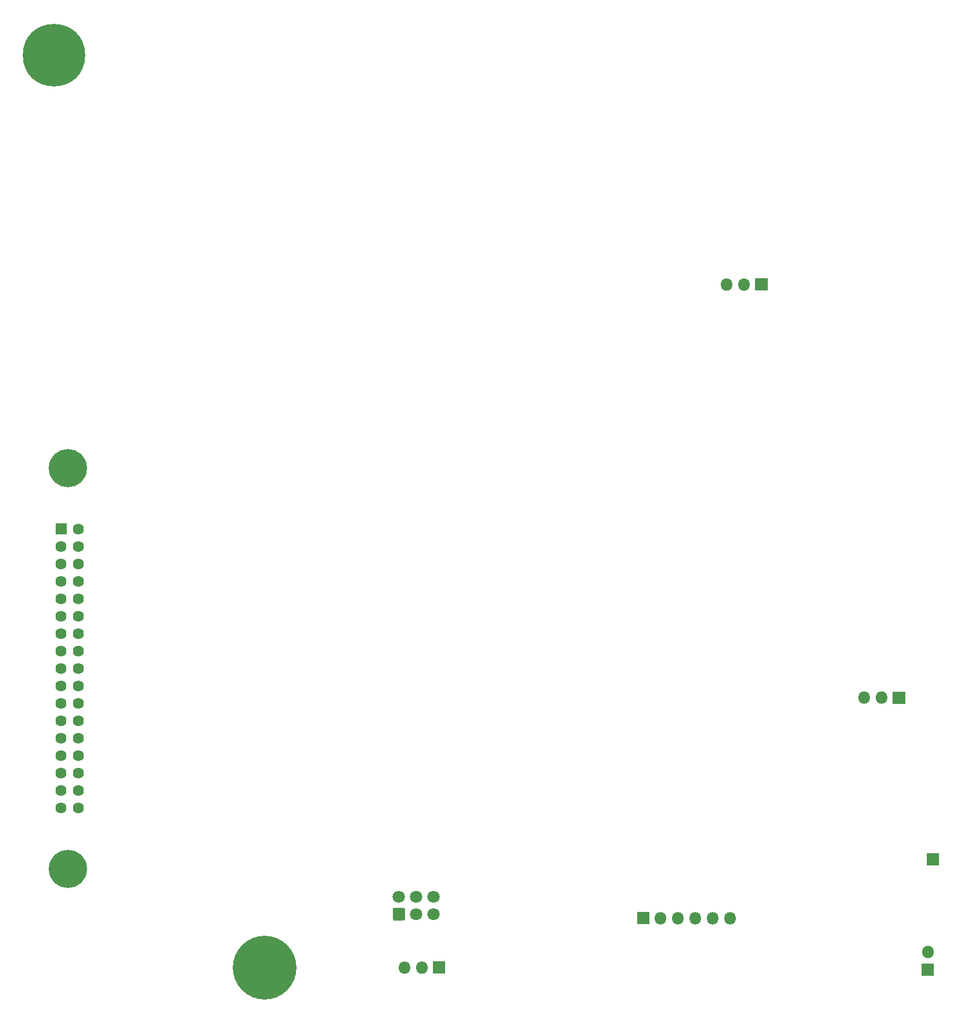
<source format=gbs>
G04 #@! TF.GenerationSoftware,KiCad,Pcbnew,5.1.8-5.1.8*
G04 #@! TF.CreationDate,2022-04-25T14:06:18+03:00*
G04 #@! TF.ProjectId,auris,61757269-732e-46b6-9963-61645f706362,rev?*
G04 #@! TF.SameCoordinates,Original*
G04 #@! TF.FileFunction,Soldermask,Bot*
G04 #@! TF.FilePolarity,Negative*
%FSLAX46Y46*%
G04 Gerber Fmt 4.6, Leading zero omitted, Abs format (unit mm)*
G04 Created by KiCad (PCBNEW 5.1.8-5.1.8) date 2022-04-25 14:06:18*
%MOMM*%
%LPD*%
G01*
G04 APERTURE LIST*
%ADD10C,9.102000*%
%ADD11C,9.302000*%
%ADD12O,1.802000X1.802000*%
%ADD13C,1.622000*%
%ADD14C,5.562000*%
%ADD15C,1.802000*%
%ADD16C,2.000000*%
G04 APERTURE END LIST*
D10*
X27570000Y-32540000D03*
D11*
X58230000Y-165520000D03*
D12*
X126180000Y-158280000D03*
X123640000Y-158280000D03*
X121100000Y-158280000D03*
X118560000Y-158280000D03*
X116020000Y-158280000D03*
G36*
G01*
X114330000Y-159181000D02*
X112630000Y-159181000D01*
G75*
G02*
X112579000Y-159130000I0J51000D01*
G01*
X112579000Y-157430000D01*
G75*
G02*
X112630000Y-157379000I51000J0D01*
G01*
X114330000Y-157379000D01*
G75*
G02*
X114381000Y-157430000I0J-51000D01*
G01*
X114381000Y-159130000D01*
G75*
G02*
X114330000Y-159181000I-51000J0D01*
G01*
G37*
X78645000Y-165500000D03*
X81185000Y-165500000D03*
G36*
G01*
X82875000Y-164599000D02*
X84575000Y-164599000D01*
G75*
G02*
X84626000Y-164650000I0J-51000D01*
G01*
X84626000Y-166350000D01*
G75*
G02*
X84575000Y-166401000I-51000J0D01*
G01*
X82875000Y-166401000D01*
G75*
G02*
X82824000Y-166350000I0J51000D01*
G01*
X82824000Y-164650000D01*
G75*
G02*
X82875000Y-164599000I51000J0D01*
G01*
G37*
X125660000Y-65920000D03*
X128200000Y-65920000D03*
G36*
G01*
X129890000Y-65019000D02*
X131590000Y-65019000D01*
G75*
G02*
X131641000Y-65070000I0J-51000D01*
G01*
X131641000Y-66770000D01*
G75*
G02*
X131590000Y-66821000I-51000J0D01*
G01*
X129890000Y-66821000D01*
G75*
G02*
X129839000Y-66770000I0J51000D01*
G01*
X129839000Y-65070000D01*
G75*
G02*
X129890000Y-65019000I51000J0D01*
G01*
G37*
X145735000Y-126165000D03*
X148275000Y-126165000D03*
G36*
G01*
X149965000Y-125264000D02*
X151665000Y-125264000D01*
G75*
G02*
X151716000Y-125315000I0J-51000D01*
G01*
X151716000Y-127015000D01*
G75*
G02*
X151665000Y-127066000I-51000J0D01*
G01*
X149965000Y-127066000D01*
G75*
G02*
X149914000Y-127015000I0J51000D01*
G01*
X149914000Y-125315000D01*
G75*
G02*
X149965000Y-125264000I51000J0D01*
G01*
G37*
G36*
G01*
X154859000Y-150590000D02*
X154859000Y-148890000D01*
G75*
G02*
X154910000Y-148839000I51000J0D01*
G01*
X156610000Y-148839000D01*
G75*
G02*
X156661000Y-148890000I0J-51000D01*
G01*
X156661000Y-150590000D01*
G75*
G02*
X156610000Y-150641000I-51000J0D01*
G01*
X154910000Y-150641000D01*
G75*
G02*
X154859000Y-150590000I0J51000D01*
G01*
G37*
G36*
G01*
X155911000Y-164950000D02*
X155911000Y-166650000D01*
G75*
G02*
X155860000Y-166701000I-51000J0D01*
G01*
X154160000Y-166701000D01*
G75*
G02*
X154109000Y-166650000I0J51000D01*
G01*
X154109000Y-164950000D01*
G75*
G02*
X154160000Y-164899000I51000J0D01*
G01*
X155860000Y-164899000D01*
G75*
G02*
X155911000Y-164950000I0J-51000D01*
G01*
G37*
X155010000Y-163260000D03*
G36*
G01*
X27814999Y-100764000D02*
X29335001Y-100764000D01*
G75*
G02*
X29386000Y-100814999I0J-50999D01*
G01*
X29386000Y-102335001D01*
G75*
G02*
X29335001Y-102386000I-50999J0D01*
G01*
X27814999Y-102386000D01*
G75*
G02*
X27764000Y-102335001I0J50999D01*
G01*
X27764000Y-100814999D01*
G75*
G02*
X27814999Y-100764000I50999J0D01*
G01*
G37*
D13*
X31115000Y-101575000D03*
X28575000Y-104115000D03*
X31115000Y-104115000D03*
X28575000Y-106655000D03*
X31115000Y-106655000D03*
X28575000Y-109195000D03*
X31115000Y-109195000D03*
X28575000Y-111735000D03*
X31115000Y-111735000D03*
X28575000Y-114275000D03*
X31115000Y-114275000D03*
X28575000Y-116815000D03*
X31115000Y-116815000D03*
X28575000Y-119355000D03*
X31115000Y-119355000D03*
X28575000Y-121895000D03*
X31115000Y-121895000D03*
X28575000Y-124435000D03*
X31115000Y-124435000D03*
D14*
X29595000Y-92685000D03*
D13*
X28575000Y-126975000D03*
X31115000Y-126975000D03*
X28575000Y-129515000D03*
X31115000Y-129515000D03*
X28575000Y-132055000D03*
X31115000Y-132055000D03*
X28575000Y-134595000D03*
X31115000Y-134595000D03*
X28575000Y-137135000D03*
X31115000Y-137135000D03*
X28575000Y-139675000D03*
X31115000Y-139675000D03*
X28575000Y-142215000D03*
X31115000Y-142215000D03*
D14*
X29595000Y-151105000D03*
G36*
G01*
X78486000Y-158626000D02*
X77214000Y-158626000D01*
G75*
G02*
X76949000Y-158361000I0J265000D01*
G01*
X76949000Y-157089000D01*
G75*
G02*
X77214000Y-156824000I265000J0D01*
G01*
X78486000Y-156824000D01*
G75*
G02*
X78751000Y-157089000I0J-265000D01*
G01*
X78751000Y-158361000D01*
G75*
G02*
X78486000Y-158626000I-265000J0D01*
G01*
G37*
D15*
X80390000Y-157725000D03*
X82930000Y-157725000D03*
X77850000Y-155185000D03*
X80390000Y-155185000D03*
X82930000Y-155185000D03*
D16*
G36*
X76950990Y-158360804D02*
G01*
X76956062Y-158412304D01*
X76971029Y-158461642D01*
X76995332Y-158507110D01*
X77028038Y-158546962D01*
X77067890Y-158579668D01*
X77113358Y-158603971D01*
X77162696Y-158618938D01*
X77214196Y-158624010D01*
X77215822Y-158625175D01*
X77215626Y-158627165D01*
X77214000Y-158628000D01*
X77131903Y-158628000D01*
X77131707Y-158627990D01*
X77091204Y-158624001D01*
X77090819Y-158623925D01*
X77057767Y-158613899D01*
X77057405Y-158613749D01*
X77026954Y-158597472D01*
X77026628Y-158597254D01*
X76999932Y-158575345D01*
X76999655Y-158575068D01*
X76977746Y-158548372D01*
X76977528Y-158548046D01*
X76961251Y-158517595D01*
X76961101Y-158517233D01*
X76951075Y-158484181D01*
X76950999Y-158483796D01*
X76947010Y-158443293D01*
X76947000Y-158443097D01*
X76947000Y-158361000D01*
X76948000Y-158359268D01*
X76950000Y-158359268D01*
X76950990Y-158360804D01*
G37*
G36*
X78752165Y-158359374D02*
G01*
X78753000Y-158361000D01*
X78753000Y-158443097D01*
X78752990Y-158443293D01*
X78749001Y-158483796D01*
X78748925Y-158484181D01*
X78738899Y-158517233D01*
X78738749Y-158517595D01*
X78722472Y-158548046D01*
X78722254Y-158548372D01*
X78700345Y-158575068D01*
X78700068Y-158575345D01*
X78673372Y-158597254D01*
X78673046Y-158597472D01*
X78642595Y-158613749D01*
X78642233Y-158613899D01*
X78609181Y-158623925D01*
X78608796Y-158624001D01*
X78568293Y-158627990D01*
X78568097Y-158628000D01*
X78486000Y-158628000D01*
X78484268Y-158627000D01*
X78484268Y-158625000D01*
X78485804Y-158624010D01*
X78537304Y-158618938D01*
X78586642Y-158603971D01*
X78632110Y-158579668D01*
X78671962Y-158546962D01*
X78704668Y-158507110D01*
X78728971Y-158461642D01*
X78743938Y-158412304D01*
X78749010Y-158360804D01*
X78750175Y-158359178D01*
X78752165Y-158359374D01*
G37*
G36*
X77215732Y-156823000D02*
G01*
X77215732Y-156825000D01*
X77214196Y-156825990D01*
X77162696Y-156831062D01*
X77113358Y-156846029D01*
X77067890Y-156870332D01*
X77028038Y-156903038D01*
X76995332Y-156942890D01*
X76971029Y-156988358D01*
X76956062Y-157037696D01*
X76950990Y-157089196D01*
X76949825Y-157090822D01*
X76947835Y-157090626D01*
X76947000Y-157089000D01*
X76947000Y-157006903D01*
X76947010Y-157006707D01*
X76950999Y-156966204D01*
X76951075Y-156965819D01*
X76961101Y-156932767D01*
X76961251Y-156932405D01*
X76977528Y-156901954D01*
X76977746Y-156901628D01*
X76999655Y-156874932D01*
X76999932Y-156874655D01*
X77026628Y-156852746D01*
X77026954Y-156852528D01*
X77057405Y-156836251D01*
X77057767Y-156836101D01*
X77090819Y-156826075D01*
X77091204Y-156825999D01*
X77131707Y-156822010D01*
X77131903Y-156822000D01*
X77214000Y-156822000D01*
X77215732Y-156823000D01*
G37*
G36*
X78568293Y-156822010D02*
G01*
X78608796Y-156825999D01*
X78609181Y-156826075D01*
X78642233Y-156836101D01*
X78642595Y-156836251D01*
X78673046Y-156852528D01*
X78673372Y-156852746D01*
X78700068Y-156874655D01*
X78700345Y-156874932D01*
X78722254Y-156901628D01*
X78722472Y-156901954D01*
X78738749Y-156932405D01*
X78738899Y-156932767D01*
X78748925Y-156965819D01*
X78749001Y-156966204D01*
X78752990Y-157006707D01*
X78753000Y-157006903D01*
X78753000Y-157089000D01*
X78752000Y-157090732D01*
X78750000Y-157090732D01*
X78749010Y-157089196D01*
X78743938Y-157037696D01*
X78728971Y-156988358D01*
X78704668Y-156942890D01*
X78671962Y-156903038D01*
X78632110Y-156870332D01*
X78586642Y-156846029D01*
X78537304Y-156831062D01*
X78485804Y-156825990D01*
X78484178Y-156824825D01*
X78484374Y-156822835D01*
X78486000Y-156822000D01*
X78568097Y-156822000D01*
X78568293Y-156822010D01*
G37*
M02*

</source>
